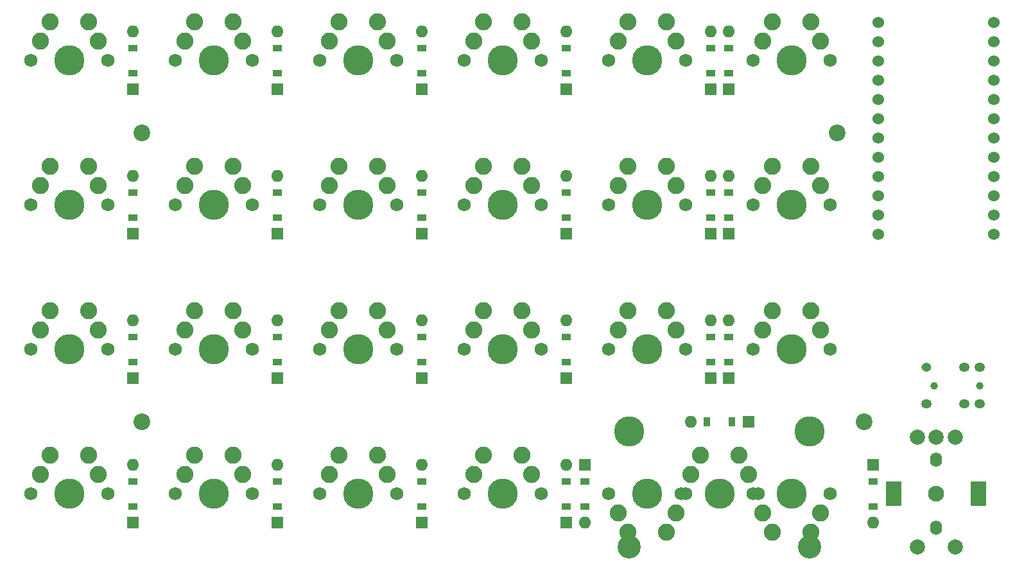
<source format=gts>
G04 #@! TF.GenerationSoftware,KiCad,Pcbnew,(5.99.0-13181-gc0a6014114)*
G04 #@! TF.CreationDate,2021-11-12T19:27:17+09:00*
G04 #@! TF.ProjectId,Lyra,4c797261-2e6b-4696-9361-645f70636258,rev?*
G04 #@! TF.SameCoordinates,Original*
G04 #@! TF.FileFunction,Soldermask,Top*
G04 #@! TF.FilePolarity,Negative*
%FSLAX46Y46*%
G04 Gerber Fmt 4.6, Leading zero omitted, Abs format (unit mm)*
G04 Created by KiCad (PCBNEW (5.99.0-13181-gc0a6014114)) date 2021-11-12 19:27:17*
%MOMM*%
%LPD*%
G01*
G04 APERTURE LIST*
G04 Aperture macros list*
%AMRoundRect*
0 Rectangle with rounded corners*
0 $1 Rounding radius*
0 $2 $3 $4 $5 $6 $7 $8 $9 X,Y pos of 4 corners*
0 Add a 4 corners polygon primitive as box body*
4,1,4,$2,$3,$4,$5,$6,$7,$8,$9,$2,$3,0*
0 Add four circle primitives for the rounded corners*
1,1,$1+$1,$2,$3*
1,1,$1+$1,$4,$5*
1,1,$1+$1,$6,$7*
1,1,$1+$1,$8,$9*
0 Add four rect primitives between the rounded corners*
20,1,$1+$1,$2,$3,$4,$5,0*
20,1,$1+$1,$4,$5,$6,$7,0*
20,1,$1+$1,$6,$7,$8,$9,0*
20,1,$1+$1,$8,$9,$2,$3,0*%
G04 Aperture macros list end*
%ADD10C,1.000000*%
%ADD11O,1.400000X1.200000*%
%ADD12O,1.300000X1.200000*%
%ADD13C,1.750000*%
%ADD14C,3.987800*%
%ADD15C,2.250000*%
%ADD16C,3.048000*%
%ADD17RoundRect,0.800000X0.000000X0.150000X0.000000X-0.150000X0.000000X-0.150000X0.000000X0.150000X0*%
%ADD18C,2.100000*%
%ADD19C,2.000000*%
%ADD20R,2.000000X3.200000*%
%ADD21C,1.524000*%
%ADD22C,2.200000*%
%ADD23R,1.600000X1.600000*%
%ADD24R,1.200000X0.900000*%
%ADD25O,1.600000X1.600000*%
%ADD26R,0.900000X1.200000*%
G04 APERTURE END LIST*
D10*
X206012763Y-111133187D03*
X200012763Y-111133187D03*
D11*
X206012763Y-113533187D03*
X206012763Y-108733187D03*
X204012763Y-108733187D03*
X204012763Y-113533187D03*
X199012763Y-113533187D03*
D12*
X199012763Y-108733187D03*
D13*
X99957283Y-68270467D03*
X110117283Y-68270467D03*
X110117283Y-68270467D03*
D14*
X105037283Y-68270467D03*
X105037283Y-68270467D03*
D13*
X99957283Y-68270467D03*
D15*
X101227283Y-65730467D03*
X108847283Y-65730467D03*
X107577283Y-63190467D03*
X102497283Y-63190467D03*
D13*
X138057483Y-125420747D03*
X138057483Y-125420747D03*
X148217483Y-125420747D03*
X148217483Y-125420747D03*
D14*
X143137483Y-125420747D03*
X143137483Y-125420747D03*
D15*
X139327483Y-122880747D03*
X146947483Y-122880747D03*
X145677483Y-120340747D03*
X140597483Y-120340747D03*
D14*
X181237203Y-125420467D03*
D13*
X176157203Y-125420467D03*
D14*
X181237203Y-125420467D03*
D13*
X186317203Y-125420467D03*
X186317203Y-125420467D03*
X176157203Y-125420467D03*
D15*
X177427203Y-127960467D03*
X185047203Y-127960467D03*
X183777203Y-130500467D03*
X178697203Y-130500467D03*
D14*
X124087403Y-125420747D03*
D13*
X119007403Y-125420747D03*
D14*
X124087403Y-125420747D03*
D13*
X119007403Y-125420747D03*
X129167403Y-125420747D03*
X129167403Y-125420747D03*
D15*
X127897403Y-122880747D03*
X120277403Y-122880747D03*
X126627403Y-120340747D03*
X121547403Y-120340747D03*
D14*
X162187203Y-125420467D03*
D13*
X157107203Y-125420467D03*
X157107203Y-125420467D03*
D14*
X162187203Y-125420467D03*
D13*
X167267203Y-125420467D03*
X167267203Y-125420467D03*
D15*
X165997203Y-127960467D03*
X158377203Y-127960467D03*
X159647203Y-130500467D03*
X164727203Y-130500467D03*
D14*
X124087403Y-87320587D03*
D13*
X119007403Y-87320587D03*
X119007403Y-87320587D03*
X129167403Y-87320587D03*
D14*
X124087403Y-87320587D03*
D13*
X129167403Y-87320587D03*
D15*
X120277403Y-84780587D03*
X127897403Y-84780587D03*
X126627403Y-82240587D03*
X121547403Y-82240587D03*
D13*
X91067243Y-87320587D03*
X91067243Y-87320587D03*
X80907243Y-87320587D03*
D14*
X85987243Y-87320587D03*
X85987243Y-87320587D03*
D13*
X80907243Y-87320587D03*
D15*
X82177243Y-84780587D03*
X89797243Y-84780587D03*
X83447243Y-82240587D03*
X88527243Y-82240587D03*
D13*
X138057483Y-106370667D03*
D14*
X143137483Y-106370667D03*
X143137483Y-106370667D03*
D13*
X148217483Y-106370667D03*
X148217483Y-106370667D03*
X138057483Y-106370667D03*
D15*
X146947483Y-103830667D03*
X139327483Y-103830667D03*
X145677483Y-101290667D03*
X140597483Y-101290667D03*
D14*
X85987243Y-106370667D03*
D13*
X80907243Y-106370667D03*
X91067243Y-106370667D03*
D14*
X85987243Y-106370667D03*
D13*
X80907243Y-106370667D03*
X91067243Y-106370667D03*
D15*
X89797243Y-103830667D03*
X82177243Y-103830667D03*
X83447243Y-101290667D03*
X88527243Y-101290667D03*
D13*
X129167403Y-106370667D03*
D14*
X124087403Y-106370667D03*
D13*
X119007403Y-106370667D03*
X129167403Y-106370667D03*
D14*
X124087403Y-106370667D03*
D13*
X119007403Y-106370667D03*
D15*
X127897403Y-103830667D03*
X120277403Y-103830667D03*
X121547403Y-101290667D03*
X126627403Y-101290667D03*
D13*
X129167363Y-68270467D03*
X119007363Y-68270467D03*
X119007363Y-68270467D03*
D14*
X124087363Y-68270467D03*
D13*
X129167363Y-68270467D03*
D14*
X124087363Y-68270467D03*
D15*
X127897363Y-65730467D03*
X120277363Y-65730467D03*
X121547363Y-63190467D03*
X126627363Y-63190467D03*
D14*
X162187203Y-106370531D03*
D13*
X167267203Y-106370531D03*
X157107203Y-106370531D03*
X157107203Y-106370531D03*
D14*
X162187203Y-106370531D03*
D13*
X167267203Y-106370531D03*
D15*
X165997203Y-103830531D03*
X158377203Y-103830531D03*
X164727203Y-101290531D03*
X159647203Y-101290531D03*
D13*
X99957323Y-125420747D03*
X110117323Y-125420747D03*
D14*
X105037323Y-125420747D03*
X105037323Y-125420747D03*
D13*
X99957323Y-125420747D03*
X110117323Y-125420747D03*
D15*
X101227323Y-122880747D03*
X108847323Y-122880747D03*
X102497323Y-120340747D03*
X107577323Y-120340747D03*
D14*
X162187523Y-68270467D03*
X162187523Y-68270467D03*
D13*
X157107523Y-68270467D03*
X167267523Y-68270467D03*
X167267523Y-68270467D03*
X157107523Y-68270467D03*
D15*
X158377523Y-65730467D03*
X165997523Y-65730467D03*
X164727523Y-63190467D03*
X159647523Y-63190467D03*
D14*
X105037323Y-87320587D03*
D13*
X99957323Y-87320587D03*
D14*
X105037323Y-87320587D03*
D13*
X110117323Y-87320587D03*
X99957323Y-87320587D03*
X110117323Y-87320587D03*
D15*
X108847323Y-84780587D03*
X101227323Y-84780587D03*
X102497323Y-82240587D03*
X107577323Y-82240587D03*
D14*
X143137483Y-87320587D03*
D13*
X138057483Y-87320587D03*
X138057483Y-87320587D03*
X148217483Y-87320587D03*
X148217483Y-87320587D03*
D14*
X143137483Y-87320587D03*
D15*
X146947483Y-84780587D03*
X139327483Y-84780587D03*
X145677483Y-82240587D03*
X140597483Y-82240587D03*
D13*
X157107563Y-87320587D03*
D14*
X162187563Y-87320587D03*
D13*
X167267563Y-87320587D03*
X167267563Y-87320587D03*
X157107563Y-87320587D03*
D14*
X162187563Y-87320587D03*
D15*
X165997563Y-84780587D03*
X158377563Y-84780587D03*
X159647563Y-82240587D03*
X164727563Y-82240587D03*
D13*
X186317603Y-68270467D03*
D14*
X181237603Y-68270467D03*
D13*
X176157603Y-68270467D03*
D14*
X181237603Y-68270467D03*
D13*
X186317603Y-68270467D03*
X176157603Y-68270467D03*
D15*
X185047603Y-65730467D03*
X177427603Y-65730467D03*
X178697603Y-63190467D03*
X183777603Y-63190467D03*
D14*
X181237643Y-87320587D03*
D13*
X176157643Y-87320587D03*
D14*
X181237643Y-87320587D03*
D13*
X186317643Y-87320587D03*
X186317643Y-87320587D03*
X176157643Y-87320587D03*
D15*
X185047643Y-84780587D03*
X177427643Y-84780587D03*
X183777643Y-82240587D03*
X178697643Y-82240587D03*
D13*
X110117323Y-106370667D03*
D14*
X105037323Y-106370667D03*
D13*
X99957323Y-106370667D03*
D14*
X105037323Y-106370667D03*
D13*
X99957323Y-106370667D03*
X110117323Y-106370667D03*
D15*
X101227323Y-103830667D03*
X108847323Y-103830667D03*
X102497323Y-101290667D03*
X107577323Y-101290667D03*
D14*
X171712203Y-125420467D03*
X183618453Y-117165467D03*
D16*
X183618453Y-132405467D03*
D13*
X166632203Y-125420467D03*
X176792203Y-125420467D03*
D14*
X159805953Y-117165467D03*
D16*
X159805953Y-132405467D03*
D13*
X176792203Y-125420467D03*
X166632203Y-125420467D03*
D14*
X171712203Y-125420467D03*
D15*
X175522203Y-122880467D03*
X167902203Y-122880467D03*
X169172203Y-120340467D03*
X174252203Y-120340467D03*
D13*
X138057443Y-68270467D03*
D14*
X143137443Y-68270467D03*
X143137443Y-68270467D03*
D13*
X148217443Y-68270467D03*
X138057443Y-68270467D03*
X148217443Y-68270467D03*
D15*
X139327443Y-65730467D03*
X146947443Y-65730467D03*
X145677443Y-63190467D03*
X140597443Y-63190467D03*
D13*
X186317643Y-106370667D03*
X176157643Y-106370667D03*
D14*
X181237643Y-106370667D03*
X181237643Y-106370667D03*
D13*
X186317643Y-106370667D03*
X176157643Y-106370667D03*
D15*
X177427643Y-103830667D03*
X185047643Y-103830667D03*
X178697643Y-101290667D03*
X183777643Y-101290667D03*
D13*
X80907203Y-68270467D03*
X91067203Y-68270467D03*
X80907203Y-68270467D03*
D14*
X85987203Y-68270467D03*
D13*
X91067203Y-68270467D03*
D14*
X85987203Y-68270467D03*
D15*
X89797203Y-65730467D03*
X82177203Y-65730467D03*
X83447203Y-63190467D03*
X88527203Y-63190467D03*
D13*
X91067243Y-125420747D03*
X80907243Y-125420747D03*
D14*
X85987243Y-125420747D03*
X85987243Y-125420747D03*
D13*
X80907243Y-125420747D03*
X91067243Y-125420747D03*
D15*
X82177243Y-122880747D03*
X89797243Y-122880747D03*
X83447243Y-120340747D03*
X88527243Y-120340747D03*
D17*
X200287187Y-129920747D03*
X200287187Y-120920747D03*
D18*
X200287187Y-125420747D03*
D19*
X202787187Y-117920747D03*
X197787187Y-117920747D03*
X200287187Y-117920747D03*
D20*
X205887187Y-125420747D03*
X194687187Y-125420747D03*
D19*
X197787187Y-132420747D03*
X202787187Y-132420747D03*
D21*
X192662179Y-63245491D03*
X192662179Y-65785491D03*
X192662179Y-68325491D03*
X192662179Y-70865491D03*
X192662179Y-73405491D03*
X192662179Y-75945491D03*
X192662179Y-78485491D03*
X192662179Y-81025491D03*
X192662179Y-83565491D03*
X192662179Y-86105491D03*
X192662179Y-88645491D03*
X192662179Y-91185491D03*
X207902179Y-91185491D03*
X207902179Y-88645491D03*
X207902179Y-86105491D03*
X207902179Y-83565491D03*
X207902179Y-81025491D03*
X207902179Y-78485491D03*
X207902179Y-75945491D03*
X207902179Y-73405491D03*
X207902179Y-70865491D03*
X207902179Y-68325491D03*
X207902179Y-65785491D03*
X207902179Y-63245491D03*
D22*
X95512283Y-77795547D03*
X95512283Y-115895707D03*
X187190793Y-77795547D03*
X190762683Y-115895707D03*
D23*
X172902781Y-110180467D03*
D24*
X172902781Y-108020467D03*
D25*
X172902781Y-102560467D03*
D24*
X172902781Y-104720467D03*
D23*
X170521529Y-110180467D03*
D24*
X170521529Y-108020467D03*
X170521529Y-104720467D03*
D25*
X170521529Y-102560467D03*
D24*
X113371578Y-108020467D03*
D23*
X113371578Y-110180467D03*
D24*
X113371578Y-104720467D03*
D25*
X113371578Y-102560467D03*
D24*
X132421578Y-88970467D03*
D23*
X132421578Y-91130467D03*
D24*
X132421578Y-85670467D03*
D25*
X132421578Y-83510467D03*
D24*
X132421578Y-108020467D03*
D23*
X132421578Y-110180467D03*
D25*
X132421578Y-102560467D03*
D24*
X132421578Y-104720467D03*
X151471578Y-88970467D03*
D23*
X151471578Y-91130467D03*
D25*
X151471578Y-83510467D03*
D24*
X151471578Y-85670467D03*
X170521578Y-88970467D03*
D23*
X170521578Y-91130467D03*
D24*
X170521578Y-85670467D03*
D25*
X170521578Y-83510467D03*
D23*
X172902828Y-91130467D03*
D24*
X172902828Y-88970467D03*
X172902828Y-85670467D03*
D25*
X172902828Y-83510467D03*
D24*
X94321578Y-88970467D03*
D23*
X94321578Y-91130467D03*
D25*
X94321578Y-83510467D03*
D24*
X94321578Y-85670467D03*
X113371576Y-88970467D03*
D23*
X113371576Y-91130467D03*
D25*
X113371576Y-83510467D03*
D24*
X113371576Y-85670467D03*
D23*
X191952828Y-121610467D03*
D24*
X191952828Y-123770467D03*
X191952828Y-127070467D03*
D25*
X191952828Y-129230467D03*
D24*
X132421578Y-127070467D03*
D23*
X132421578Y-129230467D03*
D25*
X132421578Y-121610467D03*
D24*
X132421578Y-123770467D03*
D23*
X94321578Y-129230467D03*
D24*
X94321578Y-127070467D03*
X94321578Y-123770467D03*
D25*
X94321578Y-121610467D03*
D23*
X151471578Y-129230467D03*
D24*
X151471578Y-127070467D03*
D25*
X151471578Y-121610467D03*
D24*
X151471578Y-123770467D03*
X113371578Y-127070467D03*
D23*
X113371578Y-129230467D03*
D25*
X113371578Y-121610467D03*
D24*
X113371578Y-123770467D03*
D23*
X94321578Y-110180467D03*
D24*
X94321578Y-108020467D03*
D25*
X94321578Y-102560467D03*
D24*
X94321578Y-104720467D03*
X172902828Y-69920467D03*
D23*
X172902828Y-72080467D03*
D25*
X172902828Y-64460467D03*
D24*
X172902828Y-66620467D03*
D23*
X170521578Y-72080467D03*
D24*
X170521578Y-69920467D03*
D25*
X170521578Y-64460467D03*
D24*
X170521578Y-66620467D03*
D23*
X151471578Y-72080467D03*
D24*
X151471578Y-69920467D03*
X151471578Y-66620467D03*
D25*
X151471578Y-64460467D03*
D23*
X113371578Y-72080467D03*
D24*
X113371578Y-69920467D03*
D25*
X113371578Y-64460467D03*
D24*
X113371578Y-66620467D03*
X94321578Y-69920467D03*
D23*
X94321578Y-72080467D03*
D24*
X94321578Y-66620467D03*
D25*
X94321578Y-64460467D03*
D24*
X132421578Y-69920467D03*
D23*
X132421578Y-72080467D03*
D25*
X132421578Y-64460467D03*
D24*
X132421578Y-66620467D03*
D23*
X153932203Y-121610467D03*
D24*
X153932203Y-123770467D03*
X153932203Y-127070467D03*
D25*
X153932203Y-129230467D03*
D24*
X151471578Y-108020467D03*
D23*
X151471578Y-110180467D03*
D25*
X151471578Y-102560467D03*
D24*
X151471578Y-104720467D03*
D23*
X175522203Y-115895467D03*
D26*
X173362203Y-115895467D03*
X170062203Y-115895467D03*
D25*
X167902203Y-115895467D03*
M02*

</source>
